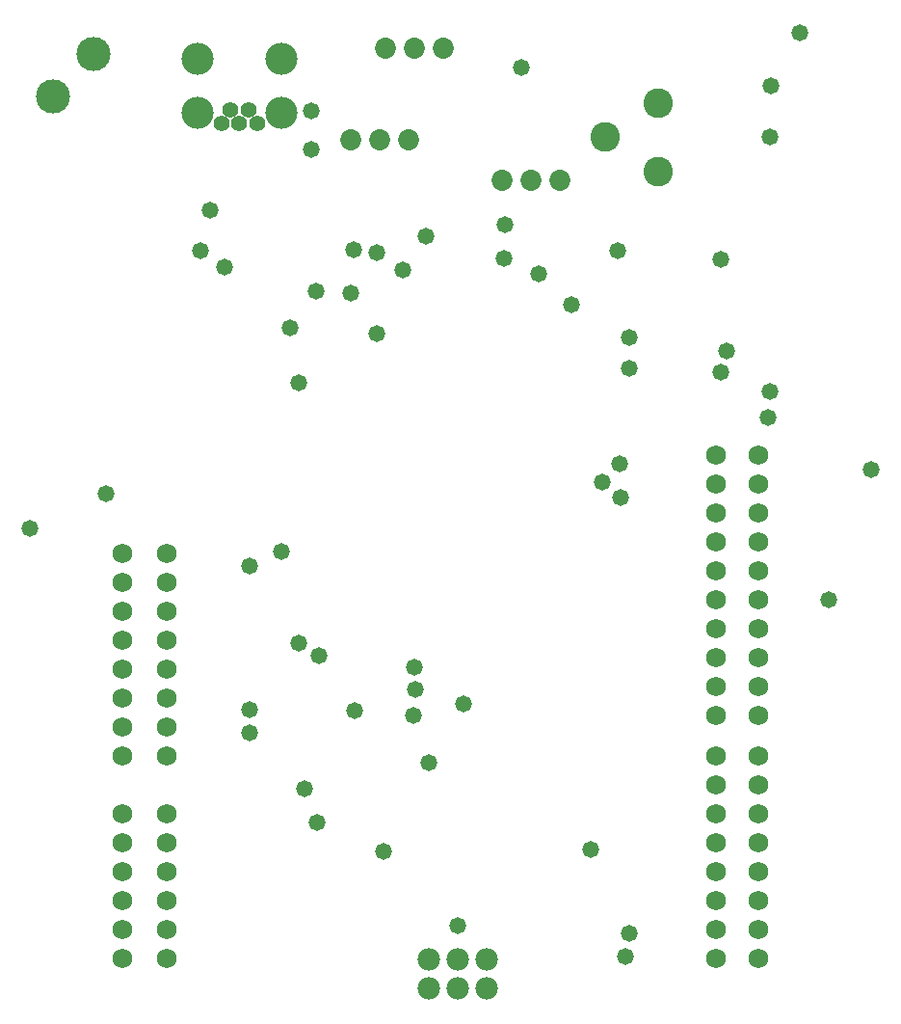
<source format=gbs>
G04*
G04 #@! TF.GenerationSoftware,Altium Limited,Altium Designer,19.1.7 (138)*
G04*
G04 Layer_Color=16711935*
%FSLAX25Y25*%
%MOIN*%
G70*
G01*
G75*
%ADD55C,0.05556*%
%ADD56O,0.11099X0.11099*%
%ADD57C,0.11099*%
%ADD58C,0.07296*%
%ADD59C,0.10249*%
%ADD60C,0.11824*%
%ADD61C,0.07800*%
%ADD62C,0.06800*%
%ADD63C,0.05800*%
D55*
X64799Y311500D02*
D03*
X58500D02*
D03*
X52201D02*
D03*
X61650Y316224D02*
D03*
X55350D02*
D03*
D56*
X73067Y333744D02*
D03*
Y315043D02*
D03*
X43933D02*
D03*
D57*
Y333744D02*
D03*
D58*
X129000Y337500D02*
D03*
X119000D02*
D03*
X109000D02*
D03*
X169500Y292000D02*
D03*
X159500D02*
D03*
X149500D02*
D03*
X117000Y306000D02*
D03*
X107000D02*
D03*
X97000D02*
D03*
D59*
X203500Y295000D02*
D03*
Y318500D02*
D03*
X184996Y306720D02*
D03*
D60*
X8000Y335500D02*
D03*
X-6000Y321000D02*
D03*
D61*
X124000Y12500D02*
D03*
Y22500D02*
D03*
X134000Y12500D02*
D03*
Y22500D02*
D03*
X144000Y12500D02*
D03*
Y22500D02*
D03*
D62*
X223500Y23000D02*
D03*
Y33000D02*
D03*
Y43000D02*
D03*
Y53000D02*
D03*
Y63000D02*
D03*
Y73000D02*
D03*
Y83000D02*
D03*
Y93000D02*
D03*
X18000Y73000D02*
D03*
Y63000D02*
D03*
Y53000D02*
D03*
Y43000D02*
D03*
Y33000D02*
D03*
Y23000D02*
D03*
X33500Y163000D02*
D03*
Y153000D02*
D03*
Y143000D02*
D03*
Y133000D02*
D03*
Y123000D02*
D03*
Y113000D02*
D03*
Y103000D02*
D03*
Y93000D02*
D03*
Y73000D02*
D03*
Y63000D02*
D03*
Y53000D02*
D03*
Y43000D02*
D03*
Y33000D02*
D03*
Y23000D02*
D03*
X223500Y107000D02*
D03*
Y117000D02*
D03*
Y127000D02*
D03*
Y137000D02*
D03*
Y147000D02*
D03*
Y157000D02*
D03*
Y167000D02*
D03*
Y177000D02*
D03*
Y187000D02*
D03*
Y197000D02*
D03*
X238000Y107000D02*
D03*
Y117000D02*
D03*
Y127000D02*
D03*
Y137000D02*
D03*
Y147000D02*
D03*
Y157000D02*
D03*
Y167000D02*
D03*
Y177000D02*
D03*
Y187000D02*
D03*
Y197000D02*
D03*
X18000Y163000D02*
D03*
Y153000D02*
D03*
Y143000D02*
D03*
Y133000D02*
D03*
Y123000D02*
D03*
Y113000D02*
D03*
Y103000D02*
D03*
Y93000D02*
D03*
X238000Y23000D02*
D03*
Y33000D02*
D03*
Y43000D02*
D03*
Y53000D02*
D03*
Y63000D02*
D03*
Y73000D02*
D03*
Y83000D02*
D03*
Y93000D02*
D03*
D63*
X79000Y132000D02*
D03*
X190000Y194000D02*
D03*
X190500Y182086D02*
D03*
X119500Y116000D02*
D03*
X119000Y123500D02*
D03*
X62000Y101000D02*
D03*
Y109000D02*
D03*
X155850Y330850D02*
D03*
X225000Y225500D02*
D03*
X277000Y192000D02*
D03*
X262500Y147000D02*
D03*
X53500Y262000D02*
D03*
X48500Y281500D02*
D03*
X45000Y267500D02*
D03*
X-14000Y171500D02*
D03*
X241500Y210000D02*
D03*
X242000Y219000D02*
D03*
X227000Y233000D02*
D03*
X85000Y253500D02*
D03*
X79000Y222000D02*
D03*
X97000Y253000D02*
D03*
X85500Y70000D02*
D03*
X81000Y81375D02*
D03*
X86000Y127500D02*
D03*
X150000Y265000D02*
D03*
X162000Y259500D02*
D03*
X115000Y261000D02*
D03*
X150500Y276500D02*
D03*
X73000Y163500D02*
D03*
X184000Y187500D02*
D03*
X118750Y107000D02*
D03*
X12500Y183500D02*
D03*
X106000Y267000D02*
D03*
X98000Y268000D02*
D03*
X136000Y111000D02*
D03*
X225000Y264500D02*
D03*
X189500Y267500D02*
D03*
X252300Y342800D02*
D03*
X242000Y307000D02*
D03*
X242500Y324500D02*
D03*
X134125Y34125D02*
D03*
X193500Y31500D02*
D03*
X192000Y23500D02*
D03*
X98500Y108500D02*
D03*
X180000Y60500D02*
D03*
X108500Y60000D02*
D03*
X193500Y237500D02*
D03*
Y227000D02*
D03*
X124000Y90500D02*
D03*
X62000Y158500D02*
D03*
X76000Y241000D02*
D03*
X106000Y239000D02*
D03*
X123000Y272500D02*
D03*
X173500Y249000D02*
D03*
X83500Y302500D02*
D03*
Y316000D02*
D03*
M02*

</source>
